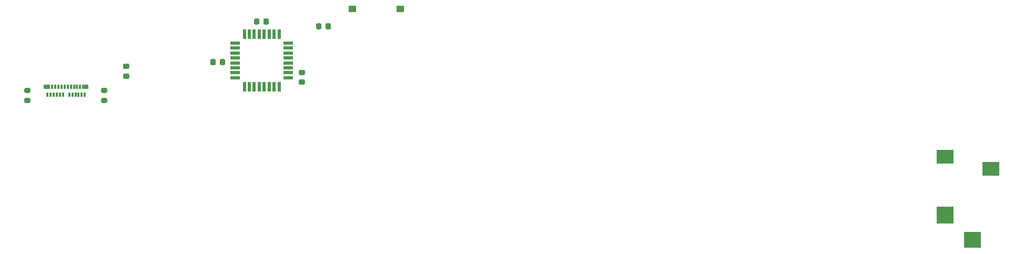
<source format=gbr>
%TF.GenerationSoftware,KiCad,Pcbnew,8.0.6*%
%TF.CreationDate,2024-10-31T21:18:19+01:00*%
%TF.ProjectId,keyboard,6b657962-6f61-4726-942e-6b696361645f,rev?*%
%TF.SameCoordinates,Original*%
%TF.FileFunction,Paste,Top*%
%TF.FilePolarity,Positive*%
%FSLAX46Y46*%
G04 Gerber Fmt 4.6, Leading zero omitted, Abs format (unit mm)*
G04 Created by KiCad (PCBNEW 8.0.6) date 2024-10-31 21:18:19*
%MOMM*%
%LPD*%
G01*
G04 APERTURE LIST*
G04 Aperture macros list*
%AMRoundRect*
0 Rectangle with rounded corners*
0 $1 Rounding radius*
0 $2 $3 $4 $5 $6 $7 $8 $9 X,Y pos of 4 corners*
0 Add a 4 corners polygon primitive as box body*
4,1,4,$2,$3,$4,$5,$6,$7,$8,$9,$2,$3,0*
0 Add four circle primitives for the rounded corners*
1,1,$1+$1,$2,$3*
1,1,$1+$1,$4,$5*
1,1,$1+$1,$6,$7*
1,1,$1+$1,$8,$9*
0 Add four rect primitives between the rounded corners*
20,1,$1+$1,$2,$3,$4,$5,0*
20,1,$1+$1,$4,$5,$6,$7,0*
20,1,$1+$1,$6,$7,$8,$9,0*
20,1,$1+$1,$8,$9,$2,$3,0*%
G04 Aperture macros list end*
%ADD10RoundRect,0.225000X-0.225000X-0.250000X0.225000X-0.250000X0.225000X0.250000X-0.225000X0.250000X0*%
%ADD11RoundRect,0.225000X-0.250000X0.225000X-0.250000X-0.225000X0.250000X-0.225000X0.250000X0.225000X0*%
%ADD12R,2.800000X2.600000*%
%ADD13R,2.800000X2.200000*%
%ADD14R,2.800000X2.800000*%
%ADD15RoundRect,0.200000X0.275000X-0.200000X0.275000X0.200000X-0.275000X0.200000X-0.275000X-0.200000X0*%
%ADD16R,1.250000X1.000000*%
%ADD17R,0.300000X0.700000*%
%ADD18R,1.000000X0.700000*%
%ADD19R,1.600000X0.550000*%
%ADD20R,0.550000X1.600000*%
%ADD21RoundRect,0.225000X0.250000X-0.225000X0.250000X0.225000X-0.250000X0.225000X-0.250000X-0.225000X0*%
G04 APERTURE END LIST*
D10*
%TO.C,C6*%
X109200000Y-37250000D03*
X110750000Y-37250000D03*
%TD*%
D11*
%TO.C,C4*%
X106500000Y-44725000D03*
X106500000Y-46275000D03*
%TD*%
D12*
%TO.C,J2*%
X214500000Y-71650000D03*
D13*
X210050000Y-58250000D03*
X217450000Y-60250000D03*
D14*
X210050000Y-67650000D03*
%TD*%
D15*
%TO.C,R2*%
X74700000Y-49225000D03*
X74700000Y-47575000D03*
%TD*%
D16*
%TO.C,SW36*%
X114625000Y-34500000D03*
X122375000Y-34500000D03*
%TD*%
D17*
%TO.C,J1*%
X71570000Y-48270000D03*
X71070000Y-48270000D03*
X70570000Y-48270000D03*
X70070000Y-48270000D03*
X69570000Y-48270000D03*
X69070000Y-48270000D03*
X68070000Y-48270000D03*
X67570000Y-48270000D03*
X67070000Y-48270000D03*
X66570000Y-48270000D03*
X66070000Y-48270000D03*
X65570000Y-48270000D03*
D18*
X65470000Y-46970000D03*
D17*
X66320000Y-46970000D03*
X66820000Y-46970000D03*
X67320000Y-46970000D03*
X67820000Y-46970000D03*
X68320000Y-46970000D03*
X68820000Y-46970000D03*
X69320000Y-46970000D03*
X69820000Y-46970000D03*
X70320000Y-46970000D03*
X70820000Y-46970000D03*
D18*
X71670000Y-46970000D03*
%TD*%
D10*
%TO.C,C5*%
X99225000Y-36500000D03*
X100775000Y-36500000D03*
%TD*%
D15*
%TO.C,R3*%
X62320000Y-49225000D03*
X62320000Y-47575000D03*
%TD*%
D10*
%TO.C,C3*%
X92225000Y-43000000D03*
X93775000Y-43000000D03*
%TD*%
D19*
%TO.C,U1*%
X95800000Y-39950000D03*
X95800000Y-40750000D03*
X95800000Y-41550000D03*
X95800000Y-42350000D03*
X95800000Y-43150000D03*
X95800000Y-43950000D03*
X95800000Y-44750000D03*
X95800000Y-45550000D03*
D20*
X97250000Y-47000000D03*
X98050000Y-47000000D03*
X98850000Y-47000000D03*
X99650000Y-47000000D03*
X100450000Y-47000000D03*
X101250000Y-47000000D03*
X102050000Y-47000000D03*
X102850000Y-47000000D03*
D19*
X104300000Y-45550000D03*
X104300000Y-44750000D03*
X104300000Y-43950000D03*
X104300000Y-43150000D03*
X104300000Y-42350000D03*
X104300000Y-41550000D03*
X104300000Y-40750000D03*
X104300000Y-39950000D03*
D20*
X102850000Y-38500000D03*
X102050000Y-38500000D03*
X101250000Y-38500000D03*
X100450000Y-38500000D03*
X99650000Y-38500000D03*
X98850000Y-38500000D03*
X98050000Y-38500000D03*
X97250000Y-38500000D03*
%TD*%
D21*
%TO.C,C7*%
X78250000Y-45275000D03*
X78250000Y-43725000D03*
%TD*%
M02*

</source>
